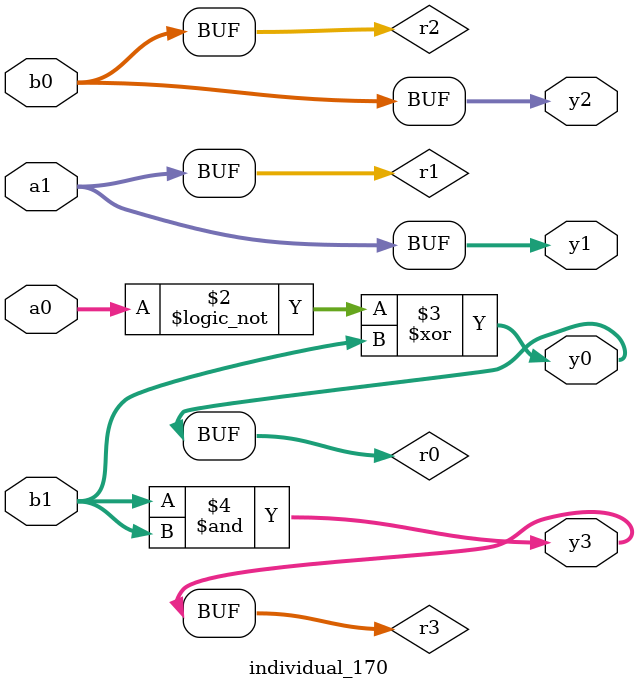
<source format=sv>
module individual_170(input logic [15:0] a1, input logic [15:0] a0, input logic [15:0] b1, input logic [15:0] b0, output logic [15:0] y3, output logic [15:0] y2, output logic [15:0] y1, output logic [15:0] y0);
logic [15:0] r0, r1, r2, r3; 
 always@(*) begin 
	 r0 = a0; r1 = a1; r2 = b0; r3 = b1; 
 	 r0 = ! a0 ;
 	 r0  ^=  b1 ;
 	 r3  &=  r3 ;
 	 y3 = r3; y2 = r2; y1 = r1; y0 = r0; 
end
endmodule
</source>
